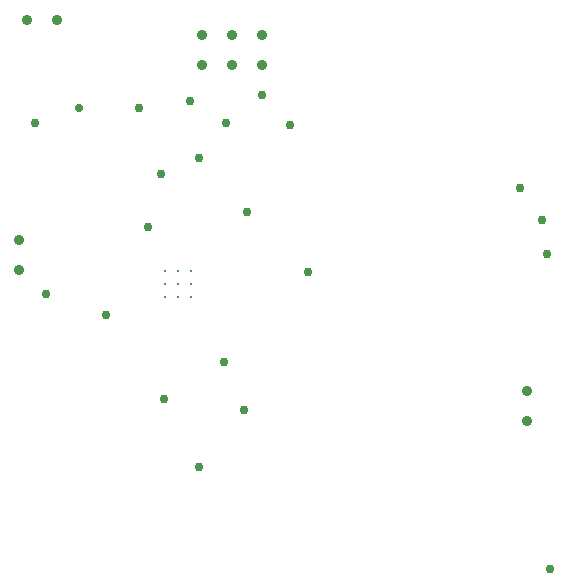
<source format=gbr>
G04 Layer_Color=0*
%FSLAX26Y26*%
%MOIN*%
%TF.FileFunction,Plated,1,2,PTH,Drill*%
%TF.Part,Single*%
G01*
G75*
%TA.AperFunction,OtherDrill,Pad Free-36 (1685mil,2430mil)*%
%ADD32C,0.030000*%
%TA.AperFunction,OtherDrill,Pad Free-35 (2830mil,2221.85mil)*%
%ADD33C,0.030000*%
%TA.AperFunction,OtherDrill,Pad Free-33 (1895mil,2640mil)*%
%ADD34C,0.030000*%
%TA.AperFunction,OtherDrill,Pad Free-31 (1774.567mil,2545mil)*%
%ADD35C,0.030000*%
%TA.AperFunction,OtherDrill,Pad Free-30 (1990mil,2540mil)*%
%ADD36C,0.030000*%
%TA.AperFunction,OtherDrill,Pad Free-29 (1140mil,2545mil)*%
%ADD37C,0.030000*%
%TA.AperFunction,OtherDrill,Pad Free-28 (1485mil,2595mil)*%
%ADD38C,0.030000*%
%TA.AperFunction,OtherDrill,Pad Free-27 (1845.433mil,2250mil)*%
%ADD39C,0.030000*%
%TA.AperFunction,OtherDrill,Pad Free-26 (1655mil,2620mil)*%
%ADD40C,0.030000*%
%TA.AperFunction,OtherDrill,Pad Free-25 (1175mil,1975mil)*%
%ADD41C,0.030000*%
%TA.AperFunction,OtherDrill,Pad Free-24 (1835mil,1590mil)*%
%ADD42C,0.030000*%
%TA.AperFunction,OtherDrill,Pad Free-23 (2855mil,1060mil)*%
%ADD43C,0.030000*%
%TA.AperFunction,OtherDrill,Pad Free-22 (1685mil,1400mil)*%
%ADD44C,0.030000*%
%TA.AperFunction,OtherDrill,Pad Free-19 (1560mil,2375mil)*%
%ADD45C,0.030000*%
%TA.AperFunction,OtherDrill,Pad Free-18 (1515mil,2200mil)*%
%ADD46C,0.030000*%
%TA.AperFunction,OtherDrill,Pad Free-16 (2755mil,2328.15mil)*%
%ADD47C,0.030000*%
%TA.AperFunction,OtherDrill,Pad Free-15 (1770mil,1750mil)*%
%ADD48C,0.030000*%
%TA.AperFunction,OtherDrill,Pad Free-14 (2845mil,2110mil)*%
%ADD49C,0.030000*%
%TA.AperFunction,OtherDrill,Pad Free-13 (1570mil,1625mil)*%
%ADD50C,0.030000*%
%TA.AperFunction,OtherDrill,Pad Free-10 (1375mil,1905mil)*%
%ADD51C,0.030000*%
%TA.AperFunction,OtherDrill,Pad Free-9 (2050mil,2050mil)*%
%ADD52C,0.030000*%
%TA.AperFunction,ComponentDrill*%
%ADD53C,0.035433*%
%ADD54C,0.035433*%
%TA.AperFunction,ViaDrill,NotFilled*%
%ADD55C,0.007874*%
%ADD56C,0.028000*%
D32*
X1685000Y2430000D02*
D03*
D33*
X2830000Y2221850D02*
D03*
D34*
X1895000Y2640000D02*
D03*
D35*
X1774567Y2545000D02*
D03*
D36*
X1990000Y2540000D02*
D03*
D37*
X1140000Y2545000D02*
D03*
D38*
X1485000Y2595000D02*
D03*
D39*
X1845433Y2250000D02*
D03*
D40*
X1655000Y2620000D02*
D03*
D41*
X1175000Y1975000D02*
D03*
D42*
X1835000Y1590000D02*
D03*
D43*
X2855000Y1060000D02*
D03*
D44*
X1685000Y1400000D02*
D03*
D45*
X1560000Y2375000D02*
D03*
D46*
X1515000Y2200000D02*
D03*
D47*
X2755000Y2328150D02*
D03*
D48*
X1770000Y1750000D02*
D03*
D49*
X2845000Y2110000D02*
D03*
D50*
X1570000Y1625000D02*
D03*
D51*
X1375000Y1905000D02*
D03*
D52*
X2050000Y2050000D02*
D03*
D53*
X1085000Y2155000D02*
D03*
Y2055000D02*
D03*
X2780000Y1650866D02*
D03*
Y1550866D02*
D03*
D54*
X1210866Y2890000D02*
D03*
X1110866D02*
D03*
X1695000Y2840000D02*
D03*
Y2740000D02*
D03*
X1795000Y2840000D02*
D03*
Y2740000D02*
D03*
X1895000Y2840000D02*
D03*
Y2740000D02*
D03*
D55*
X1658307Y1966693D02*
D03*
X1615000D02*
D03*
X1571693D02*
D03*
X1658307Y2010000D02*
D03*
X1615000D02*
D03*
X1571693D02*
D03*
X1658307Y2053307D02*
D03*
X1615000D02*
D03*
X1571693D02*
D03*
D56*
X1285866Y2595000D02*
D03*
%TF.MD5,2A257EA32F410DFC86AAD7F76B1BAAD8*%
M02*

</source>
